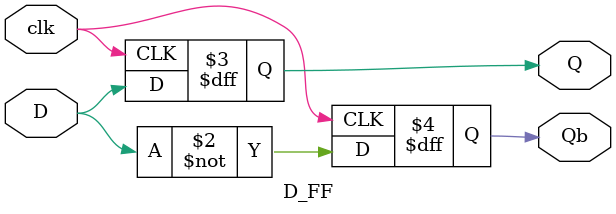
<source format=v>
`timescale 1ns / 1ps


module D_FF(D,clk,Q,Qb);
  input D,clk;
  output reg Q,Qb;
  
  always@(posedge clk)
  begin
    Q <= D;
    Qb<= ~D;
  end
endmodule

</source>
